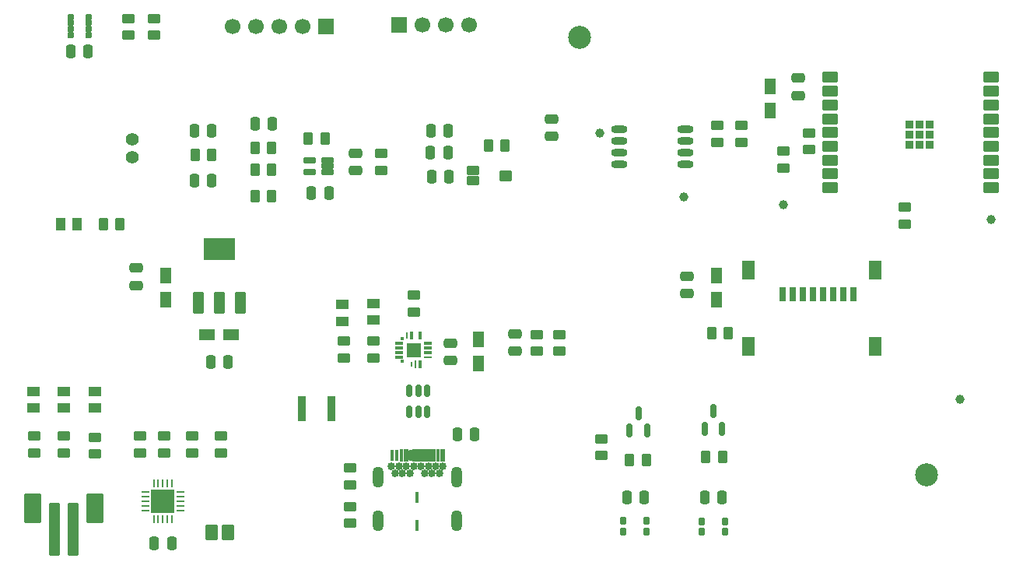
<source format=gts>
%TF.GenerationSoftware,KiCad,Pcbnew,9.0.2*%
%TF.CreationDate,2025-07-21T02:07:20+05:30*%
%TF.ProjectId,2,322e6b69-6361-4645-9f70-636258585858,rev?*%
%TF.SameCoordinates,Original*%
%TF.FileFunction,Soldermask,Top*%
%TF.FilePolarity,Negative*%
%FSLAX46Y46*%
G04 Gerber Fmt 4.6, Leading zero omitted, Abs format (unit mm)*
G04 Created by KiCad (PCBNEW 9.0.2) date 2025-07-21 02:07:20*
%MOMM*%
%LPD*%
G01*
G04 APERTURE LIST*
G04 Aperture macros list*
%AMRoundRect*
0 Rectangle with rounded corners*
0 $1 Rounding radius*
0 $2 $3 $4 $5 $6 $7 $8 $9 X,Y pos of 4 corners*
0 Add a 4 corners polygon primitive as box body*
4,1,4,$2,$3,$4,$5,$6,$7,$8,$9,$2,$3,0*
0 Add four circle primitives for the rounded corners*
1,1,$1+$1,$2,$3*
1,1,$1+$1,$4,$5*
1,1,$1+$1,$6,$7*
1,1,$1+$1,$8,$9*
0 Add four rect primitives between the rounded corners*
20,1,$1+$1,$2,$3,$4,$5,0*
20,1,$1+$1,$4,$5,$6,$7,0*
20,1,$1+$1,$6,$7,$8,$9,0*
20,1,$1+$1,$8,$9,$2,$3,0*%
G04 Aperture macros list end*
%ADD10RoundRect,0.102000X-0.500000X-2.750000X0.500000X-2.750000X0.500000X2.750000X-0.500000X2.750000X0*%
%ADD11RoundRect,0.102000X-0.800000X-1.500000X0.800000X-1.500000X0.800000X1.500000X-0.800000X1.500000X0*%
%ADD12C,2.500000*%
%ADD13RoundRect,0.102000X-0.100000X-0.500000X0.100000X-0.500000X0.100000X0.500000X-0.100000X0.500000X0*%
%ADD14RoundRect,0.102000X-0.100000X-0.600000X0.100000X-0.600000X0.100000X0.600000X-0.100000X0.600000X0*%
%ADD15RoundRect,0.102000X-0.150000X-0.600000X0.150000X-0.600000X0.150000X0.600000X-0.150000X0.600000X0*%
%ADD16RoundRect,0.102000X-0.150000X-0.500000X0.150000X-0.500000X0.150000X0.500000X-0.150000X0.500000X0*%
%ADD17C,0.854000*%
%ADD18O,1.254000X2.304000*%
%ADD19RoundRect,0.150000X-0.150000X0.512500X-0.150000X-0.512500X0.150000X-0.512500X0.150000X0.512500X0*%
%ADD20R,1.600000X1.600000*%
%ADD21R,0.900000X0.300000*%
%ADD22R,0.300000X0.300000*%
%ADD23R,0.250000X0.800000*%
%ADD24R,0.300000X0.900000*%
%ADD25R,0.100000X0.400000*%
%ADD26R,0.100000X0.300000*%
%ADD27R,0.900000X0.200000*%
%ADD28R,0.100000X0.600000*%
%ADD29R,0.200000X0.900000*%
%ADD30R,0.200000X0.500000*%
%ADD31RoundRect,0.250000X0.450000X-0.262500X0.450000X0.262500X-0.450000X0.262500X-0.450000X-0.262500X0*%
%ADD32R,0.800000X1.500000*%
%ADD33R,1.450000X2.000000*%
%ADD34RoundRect,0.250000X-0.450000X0.262500X-0.450000X-0.262500X0.450000X-0.262500X0.450000X0.262500X0*%
%ADD35RoundRect,0.062500X0.350000X0.062500X-0.350000X0.062500X-0.350000X-0.062500X0.350000X-0.062500X0*%
%ADD36RoundRect,0.062500X0.062500X0.350000X-0.062500X0.350000X-0.062500X-0.350000X0.062500X-0.350000X0*%
%ADD37R,2.500000X2.500000*%
%ADD38RoundRect,0.250000X-0.250000X-0.475000X0.250000X-0.475000X0.250000X0.475000X-0.250000X0.475000X0*%
%ADD39RoundRect,0.102000X0.600000X0.735000X-0.600000X0.735000X-0.600000X-0.735000X0.600000X-0.735000X0*%
%ADD40R,1.230000X1.800000*%
%ADD41RoundRect,0.102000X-0.275000X-0.285000X0.275000X-0.285000X0.275000X0.285000X-0.275000X0.285000X0*%
%ADD42C,1.000000*%
%ADD43RoundRect,0.250000X0.262500X0.450000X-0.262500X0.450000X-0.262500X-0.450000X0.262500X-0.450000X0*%
%ADD44RoundRect,0.250000X-0.475000X0.250000X-0.475000X-0.250000X0.475000X-0.250000X0.475000X0.250000X0*%
%ADD45RoundRect,0.250000X0.250000X0.475000X-0.250000X0.475000X-0.250000X-0.475000X0.250000X-0.475000X0*%
%ADD46RoundRect,0.102000X-0.350000X-0.350000X0.350000X-0.350000X0.350000X0.350000X-0.350000X0.350000X0*%
%ADD47RoundRect,0.102000X-0.750000X-0.450000X0.750000X-0.450000X0.750000X0.450000X-0.750000X0.450000X0*%
%ADD48RoundRect,0.250000X0.475000X-0.250000X0.475000X0.250000X-0.475000X0.250000X-0.475000X-0.250000X0*%
%ADD49C,1.700000*%
%ADD50R,1.700000X1.700000*%
%ADD51R,0.910000X2.810000*%
%ADD52R,1.400000X1.000000*%
%ADD53RoundRect,0.150000X0.150000X-0.587500X0.150000X0.587500X-0.150000X0.587500X-0.150000X-0.587500X0*%
%ADD54RoundRect,0.250000X-0.262500X-0.450000X0.262500X-0.450000X0.262500X0.450000X-0.262500X0.450000X0*%
%ADD55RoundRect,0.102000X1.625000X-1.075000X1.625000X1.075000X-1.625000X1.075000X-1.625000X-1.075000X0*%
%ADD56RoundRect,0.102000X0.475000X-1.075000X0.475000X1.075000X-0.475000X1.075000X-0.475000X-1.075000X0*%
%ADD57R,1.800000X1.230000*%
%ADD58RoundRect,0.102000X-0.550000X-0.500000X0.550000X-0.500000X0.550000X0.500000X-0.550000X0.500000X0*%
%ADD59RoundRect,0.102000X-0.550000X-0.400000X0.550000X-0.400000X0.550000X0.400000X-0.550000X0.400000X0*%
%ADD60C,1.412000*%
%ADD61R,1.000000X1.400000*%
%ADD62RoundRect,0.151000X0.546000X0.151000X-0.546000X0.151000X-0.546000X-0.151000X0.546000X-0.151000X0*%
%ADD63O,1.804000X0.804000*%
%ADD64RoundRect,0.081750X-0.265250X-0.245250X0.265250X-0.245250X0.265250X0.245250X-0.265250X0.245250X0*%
G04 APERTURE END LIST*
D10*
%TO.C,J3*%
X60700000Y-105912500D03*
X62700000Y-105912500D03*
D11*
X58300000Y-103662500D03*
X65100000Y-103662500D03*
%TD*%
D12*
%TO.C,REF\u002A\u002A*%
X117800000Y-52400000D03*
%TD*%
%TO.C,REF\u002A\u002A*%
X155600000Y-100000000D03*
%TD*%
D13*
%TO.C,J1*%
X97407500Y-97842500D03*
X97907500Y-97842500D03*
D14*
X98407500Y-97842500D03*
D15*
X98907500Y-97842500D03*
D16*
X99407500Y-97842500D03*
D15*
X99907500Y-97842500D03*
X100407500Y-97842500D03*
X100907500Y-97842500D03*
X101407500Y-97842500D03*
X101907500Y-97842500D03*
D14*
X102407500Y-97842500D03*
D15*
X102907500Y-97842500D03*
D17*
X102957500Y-99092500D03*
X102557500Y-99802500D03*
X101757500Y-99802500D03*
X101357500Y-99092500D03*
X100957500Y-99802500D03*
X100557500Y-99092500D03*
X99757500Y-99092500D03*
X99357500Y-99802500D03*
X98957500Y-99092500D03*
X98557500Y-99802500D03*
X97757500Y-99802500D03*
X97357500Y-99092500D03*
X102157500Y-99092500D03*
X98157500Y-99092500D03*
D13*
X100157500Y-102422500D03*
X100157500Y-105522500D03*
D18*
X95887500Y-100242500D03*
X104427500Y-100242500D03*
X95887500Y-104972500D03*
X104427500Y-104972500D03*
%TD*%
D19*
%TO.C,U2*%
X101212500Y-90835000D03*
X100262500Y-90835000D03*
X99312500Y-90835000D03*
X99312500Y-93110000D03*
X100262500Y-93110000D03*
X101212500Y-93110000D03*
%TD*%
D20*
%TO.C,U3*%
X99750000Y-86422500D03*
D21*
X98200000Y-87172500D03*
X98200000Y-86672500D03*
X98200000Y-86172500D03*
X98200000Y-85672500D03*
D22*
X98500000Y-85172500D03*
D23*
X99000000Y-84872500D03*
D24*
X99500000Y-84872500D03*
D25*
X100000000Y-84872500D03*
D24*
X100500000Y-84872500D03*
D26*
X101000000Y-85172500D03*
D21*
X101300000Y-85672500D03*
X101300000Y-86172500D03*
X101300000Y-86672500D03*
D27*
X101300000Y-87172500D03*
D28*
X101000000Y-87672500D03*
D24*
X100500000Y-87972500D03*
D29*
X100000000Y-87972500D03*
D30*
X99500000Y-87972500D03*
D26*
X99000000Y-87972500D03*
D22*
X98500000Y-87672500D03*
%TD*%
D31*
%TO.C,R1X2*%
X153200000Y-70887500D03*
X153200000Y-72712500D03*
%TD*%
D32*
%TO.C,J6*%
X139900000Y-80330000D03*
X141000000Y-80330000D03*
X142100000Y-80330000D03*
X143200000Y-80330000D03*
X144300000Y-80330000D03*
X145400000Y-80330000D03*
X146500000Y-80330000D03*
X147600000Y-80330000D03*
D33*
X136225000Y-77730000D03*
X136225000Y-86030000D03*
X149975000Y-77730000D03*
X149975000Y-86030000D03*
%TD*%
D31*
%TO.C,R14*%
X132800000Y-62000000D03*
X132800000Y-63825000D03*
%TD*%
D34*
%TO.C,R1X1*%
X135400000Y-62000000D03*
X135400000Y-63825000D03*
%TD*%
D35*
%TO.C,U1*%
X74412500Y-103852500D03*
X74412500Y-103352500D03*
X74412500Y-102852500D03*
X74412500Y-102352500D03*
X74412500Y-101852500D03*
D36*
X73475000Y-100915000D03*
X72975000Y-100915000D03*
X72475000Y-100915000D03*
X71975000Y-100915000D03*
X71475000Y-100915000D03*
D35*
X70537500Y-101852500D03*
X70537500Y-102352500D03*
X70537500Y-102852500D03*
X70537500Y-103352500D03*
X70537500Y-103852500D03*
D36*
X71475000Y-104790000D03*
X71975000Y-104790000D03*
X72475000Y-104790000D03*
X72975000Y-104790000D03*
X73475000Y-104790000D03*
D37*
X72475000Y-102852500D03*
%TD*%
D38*
%TO.C,C6*%
X71525000Y-107417500D03*
X73425000Y-107417500D03*
%TD*%
D39*
%TO.C,FB1*%
X79535000Y-106252500D03*
X77815000Y-106252500D03*
%TD*%
D40*
%TO.C,C8*%
X106800000Y-85262500D03*
X106800000Y-87882500D03*
%TD*%
D34*
%TO.C,R1*%
X92827500Y-101085000D03*
X92827500Y-99260000D03*
%TD*%
D41*
%TO.C,S1*%
X133657500Y-106205000D03*
X131107500Y-106205000D03*
X133657500Y-105045000D03*
X131107500Y-105045000D03*
%TD*%
D42*
%TO.C,TP5*%
X120000000Y-62800000D03*
%TD*%
D34*
%TO.C,R12*%
X113200000Y-86562500D03*
X113200000Y-84737500D03*
%TD*%
D31*
%TO.C,R8*%
X78800000Y-95800000D03*
X78800000Y-97625000D03*
%TD*%
D43*
%TO.C,R25*%
X82487500Y-66772500D03*
X84312500Y-66772500D03*
%TD*%
D44*
%TO.C,C27*%
X129500000Y-80280000D03*
X129500000Y-78380000D03*
%TD*%
D43*
%TO.C,R6*%
X66000000Y-72772500D03*
X67825000Y-72772500D03*
%TD*%
D45*
%TO.C,C16*%
X75900000Y-62572500D03*
X77800000Y-62572500D03*
%TD*%
D46*
%TO.C,U5*%
X155922500Y-64060000D03*
X154822500Y-64060000D03*
X153722500Y-64060000D03*
X155922500Y-62960000D03*
X154822500Y-62960000D03*
X153722500Y-62960000D03*
X155922500Y-61860000D03*
X154822500Y-61860000D03*
X153722500Y-61860000D03*
D47*
X162612500Y-56760000D03*
X162612500Y-58260000D03*
X162612500Y-59760000D03*
X162612500Y-61260000D03*
X162612500Y-62760000D03*
X162612500Y-64260000D03*
X162612500Y-65760000D03*
X162612500Y-67260000D03*
X162612500Y-68760000D03*
X145112500Y-68760000D03*
X145112500Y-67260000D03*
X145112500Y-65760000D03*
X145112500Y-64260000D03*
X145112500Y-62760000D03*
X145112500Y-61260000D03*
X145112500Y-59760000D03*
X145112500Y-58260000D03*
X145112500Y-56760000D03*
%TD*%
D48*
%TO.C,C11*%
X141605000Y-56835000D03*
X141605000Y-58735000D03*
%TD*%
D49*
%TO.C,J5*%
X80040000Y-51197500D03*
X82580000Y-51197500D03*
X85120000Y-51197500D03*
X87660000Y-51197500D03*
D50*
X90200000Y-51197500D03*
%TD*%
D51*
%TO.C,F1*%
X87580000Y-92772500D03*
X90820000Y-92772500D03*
%TD*%
D31*
%TO.C,R5*%
X65100000Y-95912500D03*
X65100000Y-97737500D03*
%TD*%
D40*
%TO.C,C3*%
X72800000Y-80972500D03*
X72800000Y-78352500D03*
%TD*%
D52*
%TO.C,LED1*%
X58350000Y-90912500D03*
X58350000Y-92712500D03*
%TD*%
%TO.C,LED5*%
X92000000Y-81472500D03*
X92000000Y-83272500D03*
%TD*%
D38*
%TO.C,C18*%
X90550000Y-69372500D03*
X88650000Y-69372500D03*
%TD*%
D52*
%TO.C,LED2*%
X61700000Y-90912500D03*
X61700000Y-92712500D03*
%TD*%
D31*
%TO.C,R21*%
X71550000Y-50347500D03*
X71550000Y-52172500D03*
%TD*%
D53*
%TO.C,Q2*%
X124232500Y-93287500D03*
X125182500Y-95162500D03*
X123282500Y-95162500D03*
%TD*%
D48*
%TO.C,C17*%
X93400000Y-65022500D03*
X93400000Y-66922500D03*
%TD*%
D31*
%TO.C,R15*%
X95400000Y-85460000D03*
X95400000Y-87285000D03*
%TD*%
D49*
%TO.C,J4*%
X105820000Y-51060000D03*
X103280000Y-51060000D03*
X100740000Y-51060000D03*
D50*
X98200000Y-51060000D03*
%TD*%
D54*
%TO.C,R27*%
X109712500Y-64200000D03*
X107887500Y-64200000D03*
%TD*%
D44*
%TO.C,C9*%
X103800000Y-87562500D03*
X103800000Y-85662500D03*
%TD*%
D53*
%TO.C,Q3*%
X132382500Y-93087500D03*
X133332500Y-94962500D03*
X131432500Y-94962500D03*
%TD*%
D42*
%TO.C,TP1*%
X162600000Y-72200000D03*
%TD*%
D55*
%TO.C,VR1*%
X78600000Y-75472500D03*
D56*
X80900000Y-81272500D03*
X78600000Y-81272500D03*
X76300000Y-81272500D03*
%TD*%
D38*
%TO.C,C15*%
X64350000Y-53947500D03*
X62450000Y-53947500D03*
%TD*%
D31*
%TO.C,R28*%
X96200000Y-65060000D03*
X96200000Y-66885000D03*
%TD*%
D57*
%TO.C,C2*%
X77290000Y-84772500D03*
X79910000Y-84772500D03*
%TD*%
D43*
%TO.C,R30*%
X131557500Y-98025000D03*
X133382500Y-98025000D03*
%TD*%
D38*
%TO.C,C5*%
X106400000Y-95572500D03*
X104500000Y-95572500D03*
%TD*%
D45*
%TO.C,C25*%
X101700000Y-67560000D03*
X103600000Y-67560000D03*
%TD*%
D43*
%TO.C,R26*%
X82490000Y-64452500D03*
X84315000Y-64452500D03*
%TD*%
D45*
%TO.C,C20*%
X122982500Y-102425000D03*
X124882500Y-102425000D03*
%TD*%
D34*
%TO.C,R13*%
X99800000Y-82285000D03*
X99800000Y-80460000D03*
%TD*%
D58*
%TO.C,Q1*%
X109755000Y-67460000D03*
D59*
X106245000Y-68010000D03*
X106245000Y-66910000D03*
%TD*%
D31*
%TO.C,R31*%
X120200000Y-96087500D03*
X120200000Y-97912500D03*
%TD*%
%TO.C,R3*%
X58500000Y-95800000D03*
X58500000Y-97625000D03*
%TD*%
D60*
%TO.C,MK1*%
X69122500Y-65422500D03*
X69122500Y-63522500D03*
%TD*%
D42*
%TO.C,TP4*%
X129200000Y-69800000D03*
%TD*%
D54*
%TO.C,R22*%
X90112500Y-63400000D03*
X88287500Y-63400000D03*
%TD*%
D45*
%TO.C,C24*%
X101600000Y-64960000D03*
X103500000Y-64960000D03*
%TD*%
D31*
%TO.C,R17*%
X142800000Y-62800000D03*
X142800000Y-64625000D03*
%TD*%
D43*
%TO.C,R23*%
X75975000Y-65172500D03*
X77800000Y-65172500D03*
%TD*%
D41*
%TO.C,S2*%
X125082500Y-106185000D03*
X122532500Y-106185000D03*
X125082500Y-105025000D03*
X122532500Y-105025000D03*
%TD*%
D61*
%TO.C,LED4*%
X61325000Y-72772500D03*
X63125000Y-72772500D03*
%TD*%
D45*
%TO.C,C22*%
X75900000Y-67972500D03*
X77800000Y-67972500D03*
%TD*%
%TO.C,C1*%
X77650000Y-87682500D03*
X79550000Y-87682500D03*
%TD*%
D43*
%TO.C,R24*%
X82487500Y-69722500D03*
X84312500Y-69722500D03*
%TD*%
D31*
%TO.C,R11*%
X115600000Y-84737500D03*
X115600000Y-86562500D03*
%TD*%
D45*
%TO.C,C19*%
X131432500Y-102425000D03*
X133332500Y-102425000D03*
%TD*%
D31*
%TO.C,R2*%
X92827500Y-103460000D03*
X92827500Y-105285000D03*
%TD*%
%TO.C,R4*%
X61700000Y-95800000D03*
X61700000Y-97625000D03*
%TD*%
D62*
%TO.C,U7*%
X88440000Y-67050000D03*
X88440000Y-65750000D03*
X90360000Y-65750000D03*
X90360000Y-66400000D03*
X90360000Y-67050000D03*
%TD*%
D42*
%TO.C,TP3*%
X140000000Y-70600000D03*
%TD*%
D44*
%TO.C,C4*%
X69600000Y-79412500D03*
X69600000Y-77512500D03*
%TD*%
D42*
%TO.C,TP2*%
X159200000Y-91800000D03*
%TD*%
D52*
%TO.C,LED6*%
X95350000Y-81372500D03*
X95350000Y-83172500D03*
%TD*%
D31*
%TO.C,R16*%
X92200000Y-85460000D03*
X92200000Y-87285000D03*
%TD*%
%TO.C,R7*%
X75700000Y-95800000D03*
X75700000Y-97625000D03*
%TD*%
D43*
%TO.C,R29*%
X123270000Y-98425000D03*
X125095000Y-98425000D03*
%TD*%
D63*
%TO.C,U4*%
X129300000Y-62367500D03*
X129300000Y-63637500D03*
X129300000Y-64907500D03*
X129300000Y-66177500D03*
X122100000Y-66177500D03*
X122100000Y-64907500D03*
X122100000Y-63637500D03*
X122100000Y-62367500D03*
%TD*%
D48*
%TO.C,C10*%
X114800000Y-61300000D03*
X114800000Y-63200000D03*
%TD*%
D31*
%TO.C,R9*%
X70000000Y-95800000D03*
X70000000Y-97625000D03*
%TD*%
D40*
%TO.C,C26*%
X132700000Y-78330000D03*
X132700000Y-80950000D03*
%TD*%
D54*
%TO.C,R32*%
X134012500Y-84617500D03*
X132187500Y-84617500D03*
%TD*%
D31*
%TO.C,R20*%
X68750000Y-50347500D03*
X68750000Y-52172500D03*
%TD*%
%TO.C,R10*%
X72600000Y-95800000D03*
X72600000Y-97625000D03*
%TD*%
D45*
%TO.C,C23*%
X101650000Y-62560000D03*
X103550000Y-62560000D03*
%TD*%
D52*
%TO.C,LED3*%
X65050000Y-90912500D03*
X65050000Y-92712500D03*
%TD*%
D45*
%TO.C,C21*%
X82500000Y-61772500D03*
X84400000Y-61772500D03*
%TD*%
D34*
%TO.C,R19*%
X140000000Y-66625000D03*
X140000000Y-64800000D03*
%TD*%
D48*
%TO.C,C7*%
X110800000Y-84650000D03*
X110800000Y-86550000D03*
%TD*%
D40*
%TO.C,C13*%
X138605000Y-60355000D03*
X138605000Y-57735000D03*
%TD*%
D64*
%TO.C,U6*%
X62430000Y-50172500D03*
X62430000Y-50822500D03*
X62430000Y-51472500D03*
X62430000Y-52122500D03*
X64370000Y-52122500D03*
X64370000Y-51472500D03*
X64370000Y-50822500D03*
X64370000Y-50172500D03*
%TD*%
M02*

</source>
